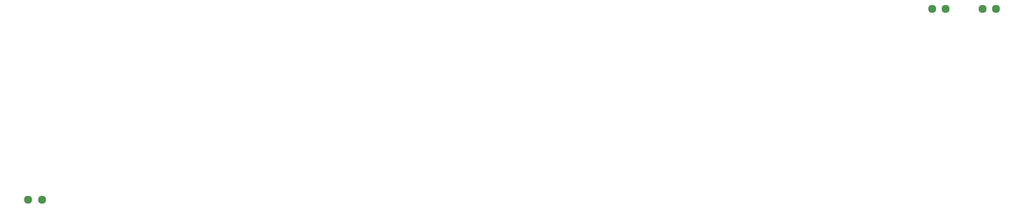
<source format=gtp>
G04 #@! TF.GenerationSoftware,KiCad,Pcbnew,7.0.10*
G04 #@! TF.CreationDate,2024-02-18T18:56:30+02:00*
G04 #@! TF.ProjectId,Untitled,556e7469-746c-4656-942e-6b696361645f,rev?*
G04 #@! TF.SameCoordinates,Original*
G04 #@! TF.FileFunction,Paste,Top*
G04 #@! TF.FilePolarity,Positive*
%FSLAX46Y46*%
G04 Gerber Fmt 4.6, Leading zero omitted, Abs format (unit mm)*
G04 Created by KiCad (PCBNEW 7.0.10) date 2024-02-18 18:56:30*
%MOMM*%
%LPD*%
G01*
G04 APERTURE LIST*
G04 Aperture macros list*
%AMRoundRect*
0 Rectangle with rounded corners*
0 $1 Rounding radius*
0 $2 $3 $4 $5 $6 $7 $8 $9 X,Y pos of 4 corners*
0 Add a 4 corners polygon primitive as box body*
4,1,4,$2,$3,$4,$5,$6,$7,$8,$9,$2,$3,0*
0 Add four circle primitives for the rounded corners*
1,1,$1+$1,$2,$3*
1,1,$1+$1,$4,$5*
1,1,$1+$1,$6,$7*
1,1,$1+$1,$8,$9*
0 Add four rect primitives between the rounded corners*
20,1,$1+$1,$2,$3,$4,$5,0*
20,1,$1+$1,$4,$5,$6,$7,0*
20,1,$1+$1,$6,$7,$8,$9,0*
20,1,$1+$1,$8,$9,$2,$3,0*%
G04 Aperture macros list end*
%ADD10RoundRect,0.237500X-0.250000X-0.237500X0.250000X-0.237500X0.250000X0.237500X-0.250000X0.237500X0*%
G04 APERTURE END LIST*
D10*
X224432500Y-63500000D03*
X222607500Y-63500000D03*
X231140000Y-63500000D03*
X229315000Y-63500000D03*
X102592500Y-88900000D03*
X104417500Y-88900000D03*
M02*

</source>
